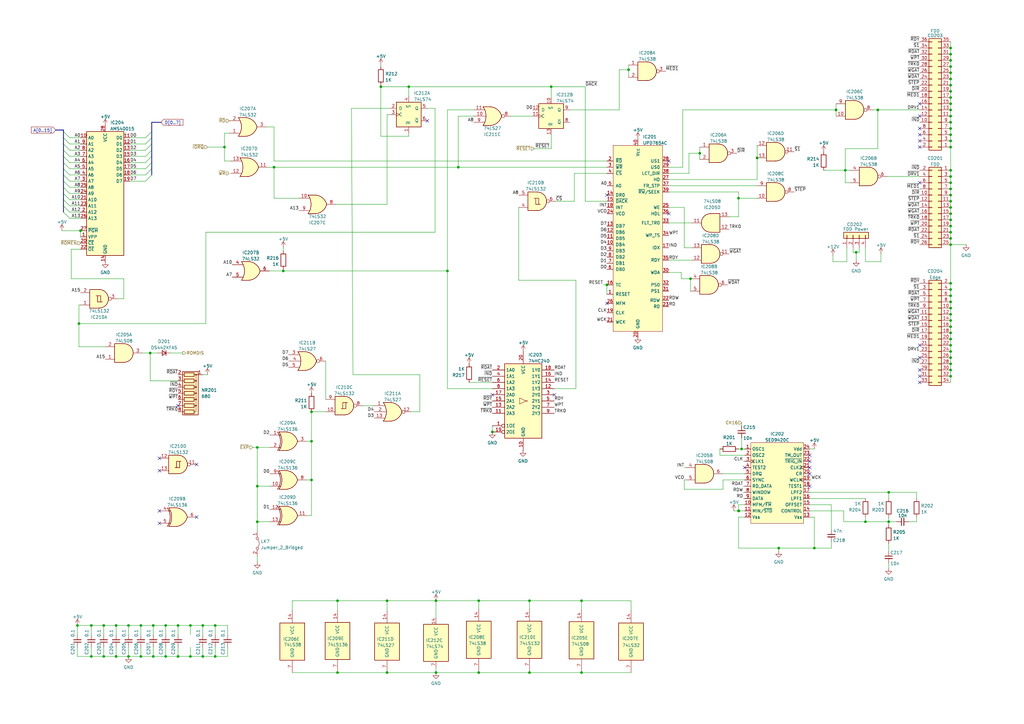
<source format=kicad_sch>
(kicad_sch (version 20211123) (generator eeschema)
  (paper "A3")
  (title_block (title "CPC6128 MC0020x disk interface") (date "2022-08-20") (rev "1") (company "Amstrad plc"))
  (junction (at 304.165 184.15))
  (junction (at 226.06 35.56))
  (junction (at 47.625 256.54))
  (junction (at 389.89 52.705))
  (junction (at 196.342 275.844))
  (junction (at 389.89 34.925))
  (junction (at 178.816 275.844))
  (junction (at 389.89 131.445))
  (junction (at 52.705 269.24))
  (junction (at 73.025 269.24))
  (junction (at 342.9 45.085))
  (junction (at 67.945 256.54))
  (junction (at 52.705 256.54))
  (junction (at 389.89 118.745))
  (junction (at 42.545 269.24))
  (junction (at 88.265 269.24))
  (junction (at 389.89 116.205))
  (junction (at 364.49 201.93))
  (junction (at 334.01 224.79))
  (junction (at 389.89 80.01))
  (junction (at 138.43 275.844))
  (junction (at 105.537 199.39))
  (junction (at 389.89 133.985))
  (junction (at 354.965 213.995))
  (junction (at 389.89 100.33))
  (junction (at 389.89 139.065))
  (junction (at 389.89 151.765))
  (junction (at 389.89 29.845))
  (junction (at 62.865 269.24))
  (junction (at 257.81 28.575))
  (junction (at 47.625 269.24))
  (junction (at 351.155 103.505))
  (junction (at 287.02 62.865))
  (junction (at 389.89 47.625))
  (junction (at 127.762 196.85))
  (junction (at 248.92 116.84))
  (junction (at 62.865 256.54))
  (junction (at 389.89 69.85))
  (junction (at 389.89 92.71))
  (junction (at 389.89 90.17))
  (junction (at 156.21 35.56))
  (junction (at 389.89 126.365))
  (junction (at 217.17 275.844))
  (junction (at 73.025 256.54))
  (junction (at 105.537 183.515))
  (junction (at 346.71 69.85))
  (junction (at 201.93 177.165))
  (junction (at 31.75 256.54))
  (junction (at 389.89 27.305))
  (junction (at 116.205 111.125))
  (junction (at 389.89 57.785))
  (junction (at 389.89 141.605))
  (junction (at 389.89 32.385))
  (junction (at 78.105 256.54))
  (junction (at 360.045 45.085))
  (junction (at 112.395 68.58))
  (junction (at 389.89 136.525))
  (junction (at 88.265 256.54))
  (junction (at 303.022 209.55))
  (junction (at 389.89 40.005))
  (junction (at 389.89 82.55))
  (junction (at 138.43 246.38))
  (junction (at 389.89 50.165))
  (junction (at 302.895 81.28))
  (junction (at 83.185 269.24))
  (junction (at 389.89 55.245))
  (junction (at 178.816 246.38))
  (junction (at 83.185 256.54))
  (junction (at 158.75 275.844))
  (junction (at 389.89 144.145))
  (junction (at 105.537 213.995))
  (junction (at 389.89 121.285))
  (junction (at 61.595 144.78))
  (junction (at 389.89 149.225))
  (junction (at 127.762 180.975))
  (junction (at 78.105 269.24))
  (junction (at 389.89 154.305))
  (junction (at 183.515 111.125))
  (junction (at 389.89 42.545))
  (junction (at 389.89 24.765))
  (junction (at 57.785 256.54))
  (junction (at 389.89 19.685))
  (junction (at 158.75 246.38))
  (junction (at 389.89 128.905))
  (junction (at 238.506 275.844))
  (junction (at 196.342 246.38))
  (junction (at 389.89 74.93))
  (junction (at 92.075 60.325))
  (junction (at 37.465 256.54))
  (junction (at 187.96 68.58))
  (junction (at 67.945 269.24))
  (junction (at 389.89 85.09))
  (junction (at 389.89 45.085))
  (junction (at 127.762 168.91))
  (junction (at 389.89 60.325))
  (junction (at 389.89 146.685))
  (junction (at 364.49 213.995))
  (junction (at 33.02 94.615))
  (junction (at 217.17 246.38))
  (junction (at 389.89 22.225))
  (junction (at 302.895 209.55))
  (junction (at 389.89 87.63))
  (junction (at 42.545 256.54))
  (junction (at 319.405 224.79))
  (junction (at 32.385 132.715))
  (junction (at 389.89 97.79))
  (junction (at 57.785 269.24))
  (junction (at 238.506 246.38))
  (junction (at 283.21 114.3))
  (junction (at 167.64 35.56))
  (junction (at 389.89 123.825))
  (junction (at 389.89 77.47))
  (junction (at 389.89 95.25))
  (junction (at 389.89 37.465))
  (junction (at 37.465 269.24))
  (junction (at 389.89 72.39))
  (junction (at 310.515 64.77))
  (no_connect (at 248.92 124.46))
  (no_connect (at 274.32 87.63))
  (no_connect (at 274.32 66.04))
  (no_connect (at 80.645 190.5))
  (no_connect (at 65.405 187.96))
  (no_connect (at 65.405 193.04))
  (no_connect (at 65.405 214.63))
  (no_connect (at 65.405 209.55))
  (no_connect (at 80.645 212.09))
  (no_connect (at 377.19 55.245))
  (no_connect (at 377.19 57.785))
  (no_connect (at 377.19 60.325))
  (no_connect (at 73.025 166.37))
  (no_connect (at 332.105 191.77))
  (no_connect (at 332.105 189.23))
  (no_connect (at 332.105 186.69))
  (no_connect (at 332.105 194.31))
  (no_connect (at 332.105 199.39))
  (no_connect (at 227.33 161.925))
  (no_connect (at 377.19 47.625))
  (no_connect (at 377.19 52.705))
  (no_connect (at 248.92 80.01))
  (no_connect (at 377.19 74.93))
  (no_connect (at 377.19 151.765))
  (no_connect (at 377.19 154.305))
  (no_connect (at 377.19 156.845))
  (no_connect (at 377.19 141.605))
  (no_connect (at 377.19 146.685))
  (no_connect (at 305.435 191.77))
  (no_connect (at 175.26 49.53))
  (no_connect (at 377.19 42.545))
  (no_connect (at 201.93 161.925))
  (bus_entry (at 26.035 59.055) (size 2.54 2.54))
  (bus_entry (at 62.23 59.055) (size -2.54 2.54))
  (bus_entry (at 26.035 53.975) (size 2.54 2.54))
  (bus_entry (at 26.035 71.755) (size 2.54 2.54))
  (bus_entry (at 62.23 69.215) (size -2.54 2.54))
  (bus_entry (at 62.23 66.675) (size -2.54 2.54))
  (bus_entry (at 26.035 84.455) (size 2.54 2.54))
  (bus_entry (at 62.23 61.595) (size -2.54 2.54))
  (bus_entry (at 26.035 69.215) (size 2.54 2.54))
  (bus_entry (at 26.035 79.375) (size 2.54 2.54))
  (bus_entry (at 62.23 71.755) (size -2.54 2.54))
  (bus_entry (at 62.23 64.135) (size -2.54 2.54))
  (bus_entry (at 26.035 86.995) (size 2.54 2.54))
  (bus_entry (at 26.035 74.295) (size 2.54 2.54))
  (bus_entry (at 26.035 66.675) (size 2.54 2.54))
  (bus_entry (at 26.035 76.835) (size 2.54 2.54))
  (bus_entry (at 26.035 61.595) (size 2.54 2.54))
  (bus_entry (at 62.23 53.975) (size -2.54 2.54))
  (bus_entry (at 26.035 64.135) (size 2.54 2.54))
  (bus_entry (at 62.23 56.515) (size -2.54 2.54))
  (bus_entry (at 26.035 56.515) (size 2.54 2.54))
  (bus_entry (at 26.035 81.915) (size 2.54 2.54))
  (wire (pts (xy 389.89 133.985) (xy 389.89 136.525)))
  (wire (pts (xy 83.185 260.35) (xy 83.185 256.54)))
  (wire (pts (xy 364.49 222.885) (xy 364.49 226.06)))
  (wire (pts (xy 48.26 122.555) (xy 50.8 122.555)))
  (wire (pts (xy 217.17 246.38) (xy 217.17 249.682)))
  (wire (pts (xy 28.575 71.755) (xy 33.02 71.755)))
  (wire (pts (xy 125.857 196.85) (xy 127.762 196.85)))
  (wire (pts (xy 304.165 184.15) (xy 305.435 184.15)))
  (wire (pts (xy 187.96 68.58) (xy 248.92 68.58)))
  (wire (pts (xy 133.604 148.082) (xy 133.604 163.83)))
  (wire (pts (xy 296.545 196.85) (xy 305.435 196.85)))
  (wire (pts (xy 144.78 153.67) (xy 172.212 153.67)))
  (wire (pts (xy 258.826 250.444) (xy 258.826 246.38)))
  (wire (pts (xy 217.17 275.082) (xy 217.17 275.844)))
  (wire (pts (xy 110.49 111.125) (xy 116.205 111.125)))
  (wire (pts (xy 389.89 27.305) (xy 389.89 29.845)))
  (wire (pts (xy 47.625 256.54) (xy 42.545 256.54)))
  (wire (pts (xy 156.21 55.88) (xy 156.21 35.56)))
  (wire (pts (xy 32.385 132.715) (xy 32.385 142.24)))
  (wire (pts (xy 178.435 44.45) (xy 178.435 95.25)))
  (wire (pts (xy 319.405 224.79) (xy 319.405 226.06)))
  (wire (pts (xy 28.575 64.135) (xy 33.02 64.135)))
  (wire (pts (xy 112.395 68.58) (xy 187.96 68.58)))
  (wire (pts (xy 105.537 217.805) (xy 105.537 213.995)))
  (wire (pts (xy 389.89 47.625) (xy 389.89 50.165)))
  (bus (pts (xy 26.035 64.135) (xy 26.035 66.675)))
  (wire (pts (xy 235.585 82.55) (xy 227.965 82.55)))
  (wire (pts (xy 219.075 60.96) (xy 226.06 60.96)))
  (wire (pts (xy 389.89 116.205) (xy 389.89 118.745)))
  (wire (pts (xy 119.888 250.444) (xy 119.888 246.38)))
  (wire (pts (xy 25.4 94.615) (xy 33.02 94.615)))
  (wire (pts (xy 212.725 85.09) (xy 212.725 114.935)))
  (wire (pts (xy 274.32 71.12) (xy 282.575 71.12)))
  (wire (pts (xy 62.865 269.24) (xy 62.865 265.43)))
  (wire (pts (xy 57.785 260.35) (xy 57.785 256.54)))
  (wire (pts (xy 304.165 173.355) (xy 304.165 174.625)))
  (wire (pts (xy 73.025 269.24) (xy 73.025 265.43)))
  (wire (pts (xy 37.465 269.24) (xy 42.545 269.24)))
  (bus (pts (xy 26.035 69.215) (xy 26.035 71.755)))
  (wire (pts (xy 178.435 95.25) (xy 84.455 95.25)))
  (wire (pts (xy 332.105 204.47) (xy 354.965 204.47)))
  (wire (pts (xy 347.345 107.315) (xy 341.63 107.315)))
  (wire (pts (xy 302.895 209.55) (xy 302.895 207.01)))
  (bus (pts (xy 62.23 69.215) (xy 62.23 71.755)))
  (wire (pts (xy 310.515 64.77) (xy 310.515 73.66)))
  (wire (pts (xy 389.89 24.765) (xy 389.89 27.305)))
  (wire (pts (xy 172.212 168.91) (xy 168.656 168.91)))
  (wire (pts (xy 112.395 66.04) (xy 112.395 52.07)))
  (wire (pts (xy 69.85 144.78) (xy 74.93 144.78)))
  (wire (pts (xy 303.022 209.55) (xy 302.895 209.55)))
  (wire (pts (xy 92.075 66.04) (xy 92.075 60.325)))
  (wire (pts (xy 57.785 269.24) (xy 57.785 265.43)))
  (wire (pts (xy 287.02 62.865) (xy 282.575 62.865)))
  (wire (pts (xy 85.09 60.325) (xy 92.075 60.325)))
  (wire (pts (xy 360.045 60.96) (xy 346.71 60.96)))
  (wire (pts (xy 274.32 91.44) (xy 283.845 91.44)))
  (wire (pts (xy 158.75 246.38) (xy 158.75 250.444)))
  (wire (pts (xy 248.92 66.04) (xy 112.395 66.04)))
  (wire (pts (xy 78.105 269.24) (xy 83.185 269.24)))
  (wire (pts (xy 88.265 260.35) (xy 88.265 256.54)))
  (wire (pts (xy 302.895 224.79) (xy 302.895 212.09)))
  (wire (pts (xy 304.8 204.47) (xy 305.435 204.47)))
  (wire (pts (xy 346.71 69.85) (xy 346.71 74.93)))
  (wire (pts (xy 32.385 125.095) (xy 32.385 132.715)))
  (wire (pts (xy 305.435 186.69) (xy 295.275 186.69)))
  (wire (pts (xy 92.075 66.04) (xy 94.615 66.04)))
  (wire (pts (xy 279.4 111.76) (xy 274.32 111.76)))
  (wire (pts (xy 389.89 69.85) (xy 389.89 72.39)))
  (wire (pts (xy 28.575 69.215) (xy 33.02 69.215)))
  (wire (pts (xy 341.63 107.315) (xy 341.63 104.775)))
  (wire (pts (xy 61.595 144.78) (xy 64.77 144.78)))
  (wire (pts (xy 127.762 196.85) (xy 127.762 180.975)))
  (wire (pts (xy 28.575 59.055) (xy 33.02 59.055)))
  (wire (pts (xy 196.342 246.38) (xy 217.17 246.38)))
  (wire (pts (xy 127.762 211.455) (xy 127.762 196.85)))
  (wire (pts (xy 61.595 156.21) (xy 73.025 156.21)))
  (wire (pts (xy 47.625 269.24) (xy 52.705 269.24)))
  (wire (pts (xy 280.67 191.77) (xy 281.305 191.77)))
  (wire (pts (xy 33.02 94.615) (xy 33.02 97.155)))
  (wire (pts (xy 354.965 213.995) (xy 364.49 213.995)))
  (wire (pts (xy 389.89 95.25) (xy 389.89 97.79)))
  (wire (pts (xy 52.705 260.35) (xy 52.705 256.54)))
  (wire (pts (xy 201.93 159.385) (xy 183.515 159.385)))
  (wire (pts (xy 257.81 28.575) (xy 254 28.575)))
  (wire (pts (xy 389.89 40.005) (xy 389.89 42.545)))
  (wire (pts (xy 389.89 151.765) (xy 389.89 154.305)))
  (wire (pts (xy 138.43 275.844) (xy 158.75 275.844)))
  (wire (pts (xy 274.32 85.09) (xy 280.67 85.09)))
  (wire (pts (xy 28.575 61.595) (xy 33.02 61.595)))
  (wire (pts (xy 319.405 224.79) (xy 334.01 224.79)))
  (wire (pts (xy 37.465 260.35) (xy 37.465 256.54)))
  (wire (pts (xy 37.465 269.24) (xy 37.465 265.43)))
  (wire (pts (xy 302.895 184.15) (xy 304.165 184.15)))
  (wire (pts (xy 300.99 209.55) (xy 302.895 209.55)))
  (wire (pts (xy 360.045 45.085) (xy 360.045 60.96)))
  (wire (pts (xy 88.265 269.24) (xy 88.265 265.43)))
  (bus (pts (xy 26.035 81.915) (xy 26.035 84.455)))
  (wire (pts (xy 389.89 144.145) (xy 389.89 146.685)))
  (wire (pts (xy 93.345 260.35) (xy 93.345 256.54)))
  (bus (pts (xy 26.035 59.055) (xy 26.035 61.595)))
  (wire (pts (xy 360.045 45.085) (xy 377.19 45.085)))
  (wire (pts (xy 103.632 183.515) (xy 105.537 183.515)))
  (wire (pts (xy 389.89 22.225) (xy 389.89 24.765)))
  (wire (pts (xy 364.49 213.995) (xy 364.49 215.265)))
  (wire (pts (xy 351.155 103.505) (xy 349.885 103.505)))
  (wire (pts (xy 28.575 76.835) (xy 33.02 76.835)))
  (bus (pts (xy 62.23 61.595) (xy 62.23 64.135)))
  (wire (pts (xy 389.89 100.33) (xy 389.89 116.205)))
  (wire (pts (xy 389.89 146.685) (xy 389.89 149.225)))
  (wire (pts (xy 42.545 269.24) (xy 47.625 269.24)))
  (wire (pts (xy 361.315 107.315) (xy 361.315 104.14)))
  (wire (pts (xy 105.537 183.515) (xy 105.537 199.39)))
  (wire (pts (xy 340.995 217.17) (xy 340.995 207.01)))
  (wire (pts (xy 42.545 269.24) (xy 42.545 265.43)))
  (wire (pts (xy 274.32 68.58) (xy 280.035 68.58)))
  (wire (pts (xy 375.92 212.09) (xy 375.92 213.995)))
  (wire (pts (xy 57.785 269.24) (xy 62.865 269.24)))
  (wire (pts (xy 28.575 79.375) (xy 33.02 79.375)))
  (wire (pts (xy 389.89 45.085) (xy 389.89 47.625)))
  (wire (pts (xy 119.888 246.38) (xy 138.43 246.38)))
  (wire (pts (xy 296.545 200.66) (xy 296.545 196.85)))
  (wire (pts (xy 389.89 126.365) (xy 389.89 128.905)))
  (wire (pts (xy 302.895 81.28) (xy 302.895 78.74)))
  (bus (pts (xy 26.035 61.595) (xy 26.035 64.135)))
  (wire (pts (xy 50.8 122.555) (xy 50.8 114.3)))
  (wire (pts (xy 280.67 101.6) (xy 283.845 101.6)))
  (wire (pts (xy 364.49 231.14) (xy 364.49 233.045)))
  (wire (pts (xy 389.89 97.79) (xy 389.89 100.33)))
  (wire (pts (xy 274.32 76.2) (xy 310.515 76.2)))
  (wire (pts (xy 389.89 136.525) (xy 389.89 139.065)))
  (wire (pts (xy 389.89 139.065) (xy 389.89 141.605)))
  (wire (pts (xy 279.4 114.3) (xy 279.4 111.76)))
  (bus (pts (xy 26.035 76.835) (xy 26.035 79.375)))
  (wire (pts (xy 28.575 84.455) (xy 33.02 84.455)))
  (wire (pts (xy 389.89 42.545) (xy 389.89 45.085)))
  (wire (pts (xy 257.81 26.67) (xy 257.81 28.575)))
  (wire (pts (xy 178.816 273.812) (xy 178.816 275.844)))
  (wire (pts (xy 178.816 275.844) (xy 196.342 275.844)))
  (wire (pts (xy 349.885 103.505) (xy 349.885 101.6)))
  (wire (pts (xy 389.89 123.825) (xy 389.89 126.365)))
  (wire (pts (xy 340.995 207.01) (xy 332.105 207.01)))
  (wire (pts (xy 389.89 57.785) (xy 389.89 60.325)))
  (wire (pts (xy 282.575 62.865) (xy 282.575 71.12)))
  (wire (pts (xy 78.105 269.24) (xy 78.105 265.43)))
  (wire (pts (xy 62.865 269.24) (xy 67.945 269.24)))
  (wire (pts (xy 187.96 47.625) (xy 187.96 68.58)))
  (wire (pts (xy 332.105 184.15) (xy 334.01 184.15)))
  (wire (pts (xy 53.34 64.135) (xy 59.69 64.135)))
  (wire (pts (xy 92.075 54.61) (xy 93.98 54.61)))
  (wire (pts (xy 28.575 74.295) (xy 33.02 74.295)))
  (wire (pts (xy 42.545 256.54) (xy 37.465 256.54)))
  (wire (pts (xy 105.537 213.995) (xy 110.617 213.995)))
  (wire (pts (xy 389.89 131.445) (xy 389.89 133.985)))
  (wire (pts (xy 238.506 275.844) (xy 258.826 275.844)))
  (wire (pts (xy 116.205 111.125) (xy 116.205 110.49)))
  (wire (pts (xy 226.06 35.56) (xy 226.06 40.005)))
  (wire (pts (xy 52.705 269.24) (xy 57.785 269.24)))
  (wire (pts (xy 212.725 114.935) (xy 236.22 114.935)))
  (wire (pts (xy 334.01 212.09) (xy 332.105 212.09)))
  (wire (pts (xy 127.762 180.975) (xy 127.762 168.91)))
  (wire (pts (xy 304.8 189.23) (xy 305.435 189.23)))
  (wire (pts (xy 257.81 28.575) (xy 257.81 31.75)))
  (bus (pts (xy 26.035 79.375) (xy 26.035 81.915)))
  (wire (pts (xy 31.75 256.54) (xy 31.75 260.35)))
  (wire (pts (xy 53.34 74.295) (xy 59.69 74.295)))
  (wire (pts (xy 138.43 246.38) (xy 138.43 250.19)))
  (wire (pts (xy 78.105 256.54) (xy 73.025 256.54)))
  (bus (pts (xy 26.035 74.295) (xy 26.035 76.835)))
  (wire (pts (xy 389.89 87.63) (xy 389.89 90.17)))
  (wire (pts (xy 342.9 42.545) (xy 342.9 45.085)))
  (wire (pts (xy 375.92 201.93) (xy 364.49 201.93)))
  (wire (pts (xy 302.895 212.09) (xy 305.435 212.09)))
  (wire (pts (xy 389.89 141.605) (xy 389.89 144.145)))
  (bus (pts (xy 26.035 66.675) (xy 26.035 69.215)))
  (wire (pts (xy 235.585 71.12) (xy 235.585 82.55)))
  (wire (pts (xy 29.21 114.3) (xy 29.21 102.235)))
  (wire (pts (xy 389.89 118.745) (xy 389.89 121.285)))
  (wire (pts (xy 375.92 204.47) (xy 375.92 201.93)))
  (bus (pts (xy 62.23 56.515) (xy 62.23 59.055)))
  (bus (pts (xy 62.23 59.055) (xy 62.23 61.595)))
  (wire (pts (xy 375.92 213.995) (xy 372.745 213.995)))
  (wire (pts (xy 138.43 246.38) (xy 158.75 246.38)))
  (wire (pts (xy 280.67 85.09) (xy 280.67 101.6)))
  (wire (pts (xy 201.93 174.625) (xy 201.93 177.165)))
  (bus (pts (xy 26.035 71.755) (xy 26.035 74.295)))
  (bus (pts (xy 62.23 64.135) (xy 62.23 66.675)))
  (wire (pts (xy 346.71 74.93) (xy 348.615 74.93)))
  (wire (pts (xy 332.105 201.93) (xy 364.49 201.93)))
  (wire (pts (xy 254 28.575) (xy 254 45.085)))
  (wire (pts (xy 109.22 52.07) (xy 112.395 52.07)))
  (wire (pts (xy 183.515 45.085) (xy 194.31 45.085)))
  (wire (pts (xy 28.575 89.535) (xy 33.02 89.535)))
  (wire (pts (xy 92.075 60.325) (xy 92.075 54.61)))
  (wire (pts (xy 364.49 213.995) (xy 367.665 213.995)))
  (wire (pts (xy 88.265 256.54) (xy 83.185 256.54)))
  (wire (pts (xy 340.995 224.79) (xy 334.01 224.79)))
  (wire (pts (xy 119.888 275.844) (xy 138.43 275.844)))
  (wire (pts (xy 137.795 83.82) (xy 158.75 83.82)))
  (wire (pts (xy 389.89 17.145) (xy 389.89 19.685)))
  (wire (pts (xy 332.105 209.55) (xy 346.075 209.55)))
  (wire (pts (xy 238.506 275.844) (xy 238.506 275.336)))
  (wire (pts (xy 116.205 102.87) (xy 116.205 101.6)))
  (wire (pts (xy 254 45.085) (xy 233.68 45.085)))
  (wire (pts (xy 248.92 82.55) (xy 240.03 82.55)))
  (wire (pts (xy 351.155 106.68) (xy 351.155 103.505)))
  (wire (pts (xy 62.865 256.54) (xy 57.785 256.54)))
  (wire (pts (xy 261.62 57.15) (xy 261.62 56.896)))
  (wire (pts (xy 217.17 275.844) (xy 238.506 275.844)))
  (wire (pts (xy 389.89 32.385) (xy 389.89 34.925)))
  (wire (pts (xy 248.92 116.84) (xy 248.92 120.65)))
  (wire (pts (xy 112.395 68.58) (xy 112.395 81.28)))
  (wire (pts (xy 389.89 37.465) (xy 389.89 40.005)))
  (wire (pts (xy 28.575 66.675) (xy 33.02 66.675)))
  (wire (pts (xy 53.34 69.215) (xy 59.69 69.215)))
  (wire (pts (xy 43.18 142.24) (xy 32.385 142.24)))
  (wire (pts (xy 42.545 260.35) (xy 42.545 256.54)))
  (wire (pts (xy 29.21 102.235) (xy 33.02 102.235)))
  (wire (pts (xy 240.03 35.56) (xy 226.06 35.56)))
  (wire (pts (xy 287.02 65.405) (xy 287.02 62.865)))
  (wire (pts (xy 346.71 60.96) (xy 346.71 69.85)))
  (wire (pts (xy 351.155 103.505) (xy 352.425 103.505)))
  (wire (pts (xy 112.395 81.28) (xy 122.555 81.28)))
  (wire (pts (xy 110.617 199.39) (xy 105.537 199.39)))
  (wire (pts (xy 358.14 45.085) (xy 360.045 45.085)))
  (wire (pts (xy 156.21 34.925) (xy 156.21 35.56)))
  (wire (pts (xy 217.17 246.38) (xy 238.506 246.38)))
  (bus (pts (xy 62.23 53.975) (xy 62.23 56.515)))
  (wire (pts (xy 196.342 275.082) (xy 196.342 275.844)))
  (wire (pts (xy 183.515 45.085) (xy 183.515 111.125)))
  (wire (pts (xy 389.89 74.93) (xy 389.89 77.47)))
  (bus (pts (xy 66.04 50.165) (xy 62.23 50.165)))
  (wire (pts (xy 127.762 180.975) (xy 125.857 180.975)))
  (wire (pts (xy 389.89 80.01) (xy 389.89 82.55)))
  (wire (pts (xy 178.435 44.45) (xy 175.26 44.45)))
  (bus (pts (xy 22.86 53.34) (xy 26.035 53.34)))
  (wire (pts (xy 389.89 154.305) (xy 389.89 156.845)))
  (wire (pts (xy 389.89 29.845) (xy 389.89 32.385)))
  (wire (pts (xy 28.575 86.995) (xy 33.02 86.995)))
  (wire (pts (xy 389.89 77.47) (xy 389.89 80.01)))
  (wire (pts (xy 127.762 168.91) (xy 133.604 168.91)))
  (wire (pts (xy 67.945 269.24) (xy 67.945 265.43)))
  (wire (pts (xy 148.844 166.37) (xy 153.416 166.37)))
  (wire (pts (xy 172.212 153.67) (xy 172.212 168.91)))
  (wire (pts (xy 240.03 82.55) (xy 240.03 35.56)))
  (bus (pts (xy 62.23 66.675) (xy 62.23 69.215)))
  (wire (pts (xy 389.89 92.71) (xy 389.89 95.25)))
  (wire (pts (xy 167.64 35.56) (xy 226.06 35.56)))
  (wire (pts (xy 52.705 269.24) (xy 52.705 265.43)))
  (wire (pts (xy 342.9 45.085) (xy 342.9 47.625)))
  (wire (pts (xy 33.02 125.095) (xy 32.385 125.095)))
  (bus (pts (xy 26.035 84.455) (xy 26.035 86.995)))
  (wire (pts (xy 302.895 81.28) (xy 302.895 88.9)))
  (wire (pts (xy 37.465 256.54) (xy 31.75 256.54)))
  (wire (pts (xy 67.945 260.35) (xy 67.945 256.54)))
  (wire (pts (xy 319.405 224.79) (xy 302.895 224.79)))
  (wire (pts (xy 53.34 56.515) (xy 59.69 56.515)))
  (wire (pts (xy 280.035 68.58) (xy 280.035 45.085)))
  (bus (pts (xy 26.035 53.34) (xy 26.035 53.975)))
  (wire (pts (xy 53.34 71.755) (xy 59.69 71.755)))
  (wire (pts (xy 334.01 212.09) (xy 334.01 224.79)))
  (wire (pts (xy 58.42 144.78) (xy 61.595 144.78)))
  (wire (pts (xy 50.8 114.3) (xy 29.21 114.3)))
  (wire (pts (xy 158.75 83.82) (xy 158.75 46.99)))
  (wire (pts (xy 280.67 200.66) (xy 296.545 200.66)))
  (wire (pts (xy 389.89 19.685) (xy 389.89 22.225)))
  (wire (pts (xy 283.21 114.3) (xy 283.21 119.38)))
  (bus (pts (xy 26.035 53.975) (xy 26.035 56.515)))
  (wire (pts (xy 310.515 59.69) (xy 310.515 64.77)))
  (wire (pts (xy 304.8 199.39) (xy 305.435 199.39)))
  (wire (pts (xy 158.75 46.99) (xy 160.02 46.99)))
  (bus (pts (xy 26.035 56.515) (xy 26.035 59.055)))
  (wire (pts (xy 53.34 59.055) (xy 59.69 59.055)))
  (wire (pts (xy 389.89 50.165) (xy 389.89 52.705)))
  (wire (pts (xy 363.855 72.39) (xy 377.19 72.39)))
  (wire (pts (xy 178.816 246.38) (xy 178.816 253.492)))
  (wire (pts (xy 178.816 246.38) (xy 196.342 246.38)))
  (wire (pts (xy 236.22 114.935) (xy 236.22 159.385)))
  (wire (pts (xy 302.895 88.9) (xy 299.085 88.9)))
  (wire (pts (xy 389.89 52.705) (xy 389.89 55.245)))
  (wire (pts (xy 364.49 212.09) (xy 364.49 213.995)))
  (wire (pts (xy 73.025 260.35) (xy 73.025 256.54)))
  (wire (pts (xy 296.545 194.31) (xy 305.435 194.31)))
  (wire (pts (xy 226.06 55.245) (xy 226.06 60.96)))
  (wire (pts (xy 304.165 179.705) (xy 304.165 184.15)))
  (wire (pts (xy 295.275 186.69) (xy 295.275 184.15)))
  (wire (pts (xy 347.345 107.315) (xy 347.345 101.6)))
  (wire (pts (xy 280.67 196.85) (xy 280.67 200.66)))
  (wire (pts (xy 287.02 62.865) (xy 287.02 60.325)))
  (wire (pts (xy 78.105 260.35) (xy 78.105 256.54)))
  (wire (pts (xy 83.185 269.24) (xy 88.265 269.24)))
  (wire (pts (xy 248.92 71.12) (xy 235.585 71.12)))
  (wire (pts (xy 73.025 256.54) (xy 67.945 256.54)))
  (wire (pts (xy 389.89 60.325) (xy 389.89 69.85)))
  (wire (pts (xy 194.31 47.625) (xy 187.96 47.625)))
  (wire (pts (xy 167.64 55.88) (xy 156.21 55.88)))
  (wire (pts (xy 31.75 265.43) (xy 31.75 269.24)))
  (wire (pts (xy 83.185 269.24) (xy 83.185 265.43)))
  (wire (pts (xy 57.785 256.54) (xy 52.705 256.54)))
  (wire (pts (xy 144.78 153.67) (xy 144.145 44.45)))
  (wire (pts (xy 32.385 132.715) (xy 84.455 132.715)))
  (wire (pts (xy 109.855 68.58) (xy 112.395 68.58)))
  (wire (pts (xy 28.575 56.515) (xy 33.02 56.515)))
  (wire (pts (xy 47.625 269.24) (xy 47.625 265.43)))
  (wire (pts (xy 85.09 153.67) (xy 83.185 153.67)))
  (wire (pts (xy 352.425 103.505) (xy 352.425 101.6)))
  (wire (pts (xy 125.857 211.455) (xy 127.762 211.455)))
  (wire (pts (xy 167.64 54.61) (xy 167.64 55.88)))
  (wire (pts (xy 274.32 73.66) (xy 310.515 73.66)))
  (wire (pts (xy 280.035 45.085) (xy 342.9 45.085)))
  (wire (pts (xy 238.506 246.38) (xy 238.506 249.936)))
  (wire (pts (xy 116.205 111.125) (xy 183.515 111.125)))
  (wire (pts (xy 105.537 199.39) (xy 105.537 213.995)))
  (wire (pts (xy 93.345 256.54) (xy 88.265 256.54)))
  (wire (pts (xy 62.865 260.35) (xy 62.865 256.54)))
  (wire (pts (xy 67.945 269.24) (xy 73.025 269.24)))
  (wire (pts (xy 247.396 116.84) (xy 248.92 116.84)))
  (wire (pts (xy 196.342 275.844) (xy 217.17 275.844)))
  (wire (pts (xy 389.89 128.905) (xy 389.89 131.445)))
  (wire (pts (xy 340.995 222.25) (xy 340.995 224.79)))
  (wire (pts (xy 274.32 78.74) (xy 302.895 78.74)))
  (wire (pts (xy 158.75 275.844) (xy 178.816 275.844)))
  (wire (pts (xy 183.515 111.125) (xy 183.515 159.385)))
  (bus (pts (xy 62.23 50.165) (xy 62.23 53.975)))
  (wire (pts (xy 67.945 256.54) (xy 62.865 256.54)))
  (wire (pts (xy 47.625 260.35) (xy 47.625 256.54)))
  (wire (pts (xy 302.895 81.28) (xy 310.515 81.28)))
  (wire (pts (xy 364.49 201.93) (xy 364.49 204.47)))
  (wire (pts (xy 346.075 209.55) (xy 346.075 213.995)))
  (wire (pts (xy 158.75 246.38) (xy 178.816 246.38)))
  (wire (pts (xy 144.145 44.45) (xy 160.02 44.45)))
  (wire (pts (xy 396.24 100.33) (xy 389.89 100.33)))
  (wire (pts (xy 53.34 61.595) (xy 59.69 61.595)))
  (wire (pts (xy 354.965 212.09) (xy 354.965 213.995)))
  (wire (pts (xy 279.4 114.3) (xy 283.21 114.3)))
  (wire (pts (xy 28.575 81.915) (xy 33.02 81.915)))
  (wire (pts (xy 389.89 90.17) (xy 389.89 92.71)))
  (wire (pts (xy 88.265 269.24) (xy 93.345 269.24)))
  (wire (pts (xy 53.34 66.675) (xy 59.69 66.675)))
  (wire (pts (xy 261.62 138.43) (xy 261.62 138.176)))
  (wire (pts (xy 214.63 184.785) (xy 214.503 184.658)))
  (wire (pts (xy 348.615 69.85) (xy 346.71 69.85)))
  (wire (pts (xy 93.345 269.24) (xy 93.345 265.43)))
  (wire (pts (xy 354.965 107.315) (xy 354.965 101.6)))
  (wire (pts (xy 138.43 275.59) (xy 138.43 275.844)))
  (wire (pts (xy 305.435 209.55) (xy 303.022 209.55)))
  (wire (pts (xy 389.89 85.09) (xy 389.89 87.63)))
  (wire (pts (xy 105.537 227.965) (xy 105.537 230.505)))
  (wire (pts (xy 110.617 183.515) (xy 105.537 183.515)))
  (wire (pts (xy 84.455 95.25) (xy 84.455 132.715)))
  (wire (pts (xy 332.74 196.85) (xy 332.105 196.85)))
  (wire (pts (xy 302.895 207.01) (xy 305.435 207.01)))
  (wire (pts (xy 167.64 35.56) (xy 167.64 39.37)))
  (wire (pts (xy 337.82 69.85) (xy 346.71 69.85)))
  (wire (pts (xy 389.89 82.55) (xy 389.89 85.09)))
  (wire (pts (xy 73.025 269.24) (xy 78.105 269.24)))
  (wire (pts (xy 389.89 121.285) (xy 389.89 123.825)))
  (wire (pts (xy 201.93 156.845) (xy 192.405 156.845)))
  (wire (pts (xy 83.185 256.54) (xy 78.105 256.54)))
  (wire (pts (xy 209.55 47.625) (xy 218.44 47.625)))
  (wire (pts (xy 31.75 269.24) (xy 37.465 269.24)))
  (wire (pts (xy 304.8 201.93) (xy 305.435 201.93)))
  (wire (pts (xy 389.89 72.39) (xy 389.89 74.93)))
  (wire (pts (xy 61.595 156.21) (xy 61.595 144.78)))
  (wire (pts (xy 346.075 213.995) (xy 354.965 213.995)))
  (wire (pts (xy 258.826 246.38) (xy 238.506 246.38)))
  (wire (pts (xy 389.89 149.225) (xy 389.89 151.765)))
  (wire (pts (xy 156.21 26.67) (xy 156.21 27.305)))
  (wire (pts (xy 156.21 35.56) (xy 167.64 35.56)))
  (wire (pts (xy 274.32 106.68) (xy 283.845 106.68)))
  (wire (pts (xy 389.89 55.245) (xy 389.89 57.785)))
  (wire (pts (xy 236.22 159.385) (xy 227.33 159.385)))
  (wire (pts (xy 389.89 34.925) (xy 389.89 37.465)))
  (wire (pts (xy 354.965 107.315) (xy 361.315 107.315)))
  (wire (pts (xy 52.705 256.54) (xy 47.625 256.54)))
  (wire (pts (xy 196.342 246.38) (xy 196.342 249.682)))
  (wire (pts (xy 280.67 196.85) (xy 281.305 196.85)))
  (label "INT" (at 280.67 191.77 180))
  (label "~{WDAT}" (at 377.19 85.09 180))
  (label "~{RDY}" (at 201.93 164.465 180))
  (label "D3" (at 53.34 64.135 0))
  (label "~{TRK0}" (at 201.93 169.545 180))
  (label "A12" (at 33.02 86.995 180))
  (label "~{MED1}" (at 273.05 29.21 0))
  (label "VCO" (at 248.92 87.63 180))
  (label "~{CS}" (at 227.965 82.55 0))
  (label "A0" (at 33.02 56.515 180))
  (label "~{S1}" (at 377.19 118.745 180))
  (label "~{DACK}" (at 240.03 35.56 0))
  (label "~{RDAT}" (at 73.025 153.67 180))
  (label "D0" (at 110.617 194.31 180))
  (label "D6" (at 53.34 71.755 0))
  (label "~{RDY}" (at 377.19 116.205 180))
  (label "~{DRV1}" (at 377.19 72.39 180))
  (label "D7" (at 248.92 92.71 180))
  (label "D0" (at 218.44 45.085 180))
  (label "~{RESET}" (at 225.425 60.96 180))
  (label "D0" (at 53.34 56.515 0))
  (label "~{STEP}" (at 377.19 82.55 180))
  (label "~{IND}" (at 377.19 149.225 180))
  (label "D5" (at 248.92 97.79 180))
  (label "~{WDAT}" (at 377.19 32.385 180))
  (label "DRV1" (at 377.19 144.145 180))
  (label "RD" (at 304.8 204.47 180))
  (label "D6" (at 118.364 148.082 180))
  (label "~{WPT}" (at 377.19 92.71 180))
  (label "~{S1}" (at 325.755 62.23 0))
  (label "A13" (at 33.02 89.535 180))
  (label "A0" (at 248.92 76.2 180))
  (label "WPT" (at 227.33 167.005 0))
  (label "A8" (at 33.02 76.835 180))
  (label "D4" (at 153.416 168.91 180))
  (label "~{WDAT}" (at 298.45 116.84 0))
  (label "A10" (at 33.02 81.915 180))
  (label "RDW" (at 304.8 201.93 180))
  (label "CLK" (at 304.8 189.23 180))
  (label "WCK" (at 248.92 132.08 180))
  (label "RDW" (at 274.32 123.19 0))
  (label "A4" (at 33.02 66.675 180))
  (label "D2" (at 53.34 61.595 0))
  (label "RDY" (at 274.32 106.68 0))
  (label "~{WDAT}" (at 377.19 131.445 180))
  (label "~{RESET}" (at 201.93 156.845 180))
  (label "A15" (at 33.02 120.015 180))
  (label "A3" (at 33.02 64.135 180))
  (label "IND" (at 227.33 154.305 0))
  (label "~{RDAT}" (at 377.19 95.25 180))
  (label "~{WGAT}" (at 299.085 104.14 0))
  (label "~{STEP}" (at 377.19 34.925 180))
  (label "~{S1}" (at 377.19 19.685 180))
  (label "D5" (at 118.364 150.622 180))
  (label "~{RDY}" (at 377.19 17.145 180))
  (label "~{MED1}" (at 377.19 139.065 180))
  (label "A9" (at 33.02 79.375 180))
  (label "A2" (at 33.02 61.595 180))
  (label "~{STEP}" (at 325.755 78.74 0))
  (label "RDAT" (at 227.33 151.765 0))
  (label "~{RDAT}" (at 377.19 121.285 180))
  (label "~{TRK0}" (at 377.19 126.365 180))
  (label "~{WGAT}" (at 377.19 128.905 180))
  (label "~{MED1}" (at 377.19 77.47 180))
  (label "~{TRK0}" (at 377.19 27.305 180))
  (label "~{DIR}" (at 377.19 136.525 180))
  (label "~{TRK0}" (at 73.025 168.91 180))
  (label "D3" (at 248.92 102.87 180))
  (label "TRK0" (at 299.085 93.98 0))
  (label "~{S1}" (at 377.19 97.79 180))
  (label "D5" (at 53.34 69.215 0))
  (label "~{WPT}" (at 73.025 163.83 180))
  (label "WCK" (at 332.74 196.85 0))
  (label "~{RDY}" (at 73.025 161.29 180))
  (label "~{WPT}" (at 201.93 167.005 180))
  (label "IND" (at 274.32 101.6 0))
  (label "~{WGAT}" (at 377.19 87.63 180))
  (label "D2" (at 110.617 178.435 180))
  (label "A7" (at 95.25 113.665 180))
  (label "A5" (at 33.02 69.215 180))
  (label "CLK" (at 248.92 128.27 180))
  (label "~{IND}" (at 377.19 69.85 180))
  (label "D7" (at 118.364 145.542 180))
  (label "RESET" (at 247.396 116.84 180))
  (label "~{TRK0}" (at 377.19 90.17 180))
  (label "A13" (at 122.555 86.36 180))
  (label "A6" (at 33.02 71.755 180))
  (label "D4" (at 248.92 100.33 180))
  (label "A7" (at 33.02 74.295 180))
  (label "~{WPT}" (at 377.19 24.765 180))
  (label "~{IND}" (at 73.025 158.75 180))
  (label "A8" (at 212.725 80.01 180))
  (label "~{STEP}" (at 377.19 133.985 180))
  (label "INT" (at 248.92 85.09 180))
  (label "D2" (at 248.92 105.41 180))
  (label "D7" (at 53.34 74.295 0))
  (label "~{DIR}" (at 302.26 62.865 0))
  (label "A8" (at 194.31 50.165 180))
  (label "VCO" (at 280.67 196.85 180))
  (label "D3" (at 153.416 171.45 180))
  (label "A15" (at 43.18 147.32 180))
  (label "D4" (at 53.34 66.675 0))
  (label "~{WGAT}" (at 377.19 29.845 180))
  (label "RESET" (at 227.33 156.845 0))
  (label "WPT" (at 274.32 96.52 0))
  (label "RDY" (at 227.33 164.465 0))
  (label "~{RDY}" (at 377.19 100.33 180))
  (label "~{DIR}" (at 377.19 80.01 180))
  (label "A11" (at 33.02 84.455 180))
  (label "D1" (at 110.617 208.915 180))
  (label "RDAT" (at 304.8 199.39 180))
  (label "~{DIR}" (at 377.19 37.465 180))
  (label "~{IND}" (at 377.19 50.165 180))
  (label "D6" (at 248.92 95.25 180))
  (label "~{WPT}" (at 377.19 123.825 180))
  (label "D1" (at 248.92 107.95 180))
  (label "DRV1" (at 377.19 45.085 180))
  (label "RD" (at 274.32 125.73 0))
  (label "~{RDAT}" (at 377.19 22.225 180))
  (label "~{RDAT}" (at 201.93 151.765 180))
  (label "D1" (at 53.34 59.055 0))
  (label "TRK0" (at 227.33 169.545 0))
  (label "~{MED1}" (at 377.19 40.005 180))
  (label "A10" (at 95.25 108.585 180))
  (label "D0" (at 248.92 110.49 180))
  (label "A1" (at 33.02 59.055 180))
  (label "~{IND}" (at 201.93 154.305 180))
  (global_label "D[0..7]" (shape input) (at 66.04 50.165 0) (property "Intersheet References" "${INTERSHEET_REFS}" (effects hide)))
  (global_label "A[0..15]" (shape input) (at 22.86 53.34 180) (property "Intersheet References" "${INTERSHEET_REFS}" (effects hide)))
  (hierarchical_label "~{WR}" (shape input) (at 93.98 71.12 180))
  (hierarchical_label "~{ROMEN}" (shape input) (at 33.02 99.695 180))
  (hierarchical_label "~{EXP}" (shape input) (at 103.632 183.515 180))
  (hierarchical_label "CK16" (shape input) (at 304.165 173.355 180))
  (hierarchical_label "ROMDIS" (shape output) (at 74.93 144.78 0))
  (hierarchical_label "~{RD}" (shape input) (at 93.98 49.53 180))
  (hierarchical_label "~{IORQ}" (shape input) (at 85.09 60.325 180))
  (hierarchical_label "~{RESET}" (shape input) (at 219.075 60.96 180))
  (symbol (lib_id "Device:C_Small") (at 31.75 262.89 180) (unit 1)
    (property "Reference" "C201" (at 29.845 266.065 90))
    (property "Value" "0.1" (at 29.845 259.715 90))
    (property "Footprint" "Capacitor_THT:C_Disc_D4.3mm_W1.9mm_P5.00mm" (effects hide))
  )
  (symbol (lib_id "Device:C_Small") (at 47.625 262.89 180) (unit 1)
    (property "Reference" "C204" (at 45.72 266.065 90))
    (property "Value" "0.1" (at 45.72 259.715 90))
    (property "Footprint" "Capacitor_THT:C_Disc_D4.3mm_W1.9mm_P5.00mm" (effects hide))
  )
  (symbol (lib_id "Device:C_Small") (at 88.265 262.89 180) (unit 1)
    (property "Reference" "C212" (at 86.36 266.065 90))
    (property "Value" "0.1" (at 86.36 259.715 90))
    (property "Footprint" "Capacitor_THT:C_Disc_D4.3mm_W1.9mm_P5.00mm" (effects hide))
  )
  (symbol (lib_id "power:GND") (at 396.24 100.33 0) (mirror y) (unit 1)
    (property "Reference" "#PWR0222" (effects hide))
    (property "Value" "GND" (at 396.24 104.7734 0))
  )
  (symbol (lib_id "Connector_Generic:Conn_02x13_Odd_Even") (at 384.81 85.09 0) (mirror y) (unit 1)
    (property "Reference" "CD201" (at 383.54 64.8802 0))
    (property "Value" "FDD" (at 383.54 67.4171 0))
    (property "Footprint" "Connector_IDC:IDC-Header_2x13_P2.54mm_Vertical" (effects hide))
  )
  (symbol (lib_id "Memory_EPROM:27C128") (at 43.18 79.375 0) (unit 1)
    (property "Reference" "IC204" (at 45.1994 50.2752 0) (effects (justify left)))
    (property "Value" "AMS40015" (at 45.1994 52.8121 0) (effects (justify left)))
    (property "Footprint" "Package_DIP:DIP-28_W15.24mm" (effects hide))
    (property "Datasheet" "http://ww1.microchip.com/downloads/en/devicedoc/11003L.pdf" (effects hide))
  )
  (symbol (lib_id "74xx:74LS38") (at 356.235 72.39 0) (unit 2)
    (property "Reference" "IC206" (at 356.235 64.8802 0))
    (property "Value" "74LS38" (at 356.235 67.4171 0))
    (property "Footprint" "Package_DIP:DIP-14_W7.62mm" (effects hide))
    (property "Datasheet" "http://www.ti.com/lit/gpn/sn74LS38" (effects hide))
  )
  (symbol (lib_id "Device:C_Small") (at 370.205 213.995 90) (mirror x) (unit 1)
    (property "Reference" "C216" (at 370.205 209.55 90))
    (property "Value" "10n" (at 370.205 211.455 90))
    (property "Footprint" "Capacitor_THT:C_Rect_L7.0mm_W2.0mm_P5.00mm" (effects hide))
  )
  (symbol (lib_id "74xx:74LS32") (at 101.6 52.07 0) (mirror x) (unit 1)
    (property "Reference" "IC207" (at 101.6 44.5602 0))
    (property "Value" "74LS32" (at 101.6 47.0971 0))
    (property "Footprint" "Package_DIP:DIP-14_W7.62mm" (effects hide))
    (property "Datasheet" "http://www.ti.com/lit/gpn/sn74LS32" (effects hide))
  )
  (symbol (lib_id "Device:R") (at 364.49 219.075 0) (unit 1)
    (property "Reference" "R205" (at 366.268 218.2403 0) (effects (justify left)))
    (property "Value" "1K" (at 366.268 220.7772 0) (effects (justify left)))
    (property "Footprint" "Resistor_THT:R_Axial_DIN0207_L6.3mm_D2.5mm_P10.16mm_Horizontal" (effects hide))
  )
  (symbol (lib_id "74xx:74LS32") (at 102.87 111.125 0) (unit 2)
    (property "Reference" "IC207" (at 102.87 103.6152 0))
    (property "Value" "74LS32" (at 102.87 106.1521 0))
    (property "Footprint" "Package_DIP:DIP-14_W7.62mm" (effects hide))
    (property "Datasheet" "http://www.ti.com/lit/gpn/sn74LS32" (effects hide))
  )
  (symbol (lib_id "Device:C_Small") (at 304.165 177.165 0) (mirror y) (unit 1)
    (property "Reference" "C215" (at 307.34 175.26 0))
    (property "Value" "10n" (at 306.705 179.705 0))
    (property "Footprint" "Capacitor_THT:C_Rect_L7.0mm_W2.0mm_P5.00mm" (effects hide))
  )
  (symbol (lib_id "74xx:74LS38") (at 290.83 116.84 0) (unit 2)
    (property "Reference" "IC208" (at 290.83 109.3302 0))
    (property "Value" "74LS38" (at 290.83 111.8671 0))
    (property "Footprint" "Package_DIP:DIP-14_W7.62mm" (effects hide))
    (property "Datasheet" "http://www.ti.com/lit/gpn/sn74LS38" (effects hide))
  )
  (symbol (lib_id "power:+5V") (at 178.816 246.38 0) (unit 1)
    (property "Reference" "#PWR0214" (effects hide))
    (property "Value" "+5V" (at 178.816 242.8042 0))
  )
  (symbol (lib_id "74xx:74LS27") (at 158.75 263.144 0) (unit 4)
    (property "Reference" "IC211" (at 154.559 262.1311 0) (effects (justify left)))
    (property "Value" "74LS27" (at 154.559 264.668 0) (effects (justify left)))
    (property "Footprint" "Package_DIP:DIP-14_W7.62mm" (effects hide))
    (property "Datasheet" "http://www.ti.com/lit/gpn/sn74LS27" (effects hide))
  )
  (symbol (lib_id "power:+5V") (at 192.405 149.225 0) (unit 1)
    (property "Reference" "#PWR0228" (effects hide))
    (property "Value" "+5V" (at 192.405 145.6492 0))
  )
  (symbol (lib_id "Device:C_Small") (at 83.185 262.89 180) (unit 1)
    (property "Reference" "C211" (at 81.28 266.065 90))
    (property "Value" "0.1" (at 81.28 259.715 90))
    (property "Footprint" "Capacitor_THT:C_Disc_D4.3mm_W1.9mm_P5.00mm" (effects hide))
  )
  (symbol (lib_id "74xx:74LS38") (at 196.342 262.382 0) (unit 5)
    (property "Reference" "IC208" (at 192.151 261.3691 0) (effects (justify left)))
    (property "Value" "74LS38" (at 192.151 263.906 0) (effects (justify left)))
    (property "Footprint" "Package_DIP:DIP-14_W7.62mm" (effects hide))
    (property "Datasheet" "http://www.ti.com/lit/gpn/sn74LS38" (effects hide))
  )
  (symbol (lib_id "74xx:74HC240") (at 214.63 164.465 0) (unit 1)
    (property "Reference" "IC203" (at 216.6494 145.5252 0) (effects (justify left)))
    (property "Value" "74HC240" (at 216.6494 148.0621 0) (effects (justify left)))
    (property "Footprint" "Package_DIP:DIP-20_W7.62mm" (effects hide))
    (property "Datasheet" "https://assets.nexperia.com/documents/data-sheet/74HC_HCT240.pdf" (effects hide))
  )
  (symbol (lib_id "74xx:74LS136") (at 118.237 196.85 0) (unit 3)
    (property "Reference" "IC209" (at 117.9322 189.3402 0))
    (property "Value" "74LS136" (at 117.9322 191.8771 0))
    (property "Footprint" "Package_DIP:DIP-14_W7.62mm" (effects hide))
    (property "Datasheet" "http://www.ti.com/lit/ds/symlink/sn54ls136.pdf" (effects hide))
  )
  (symbol (lib_id "Connector_Generic:Conn_02x17_Odd_Even") (at 382.27 136.525 0) (unit 1)
    (property "Reference" "CD204" (at 383.54 111.2352 0))
    (property "Value" "Edge" (at 383.54 113.7721 0))
    (property "Footprint" "Amstrad-CPC:Edge_Conn_2x17" (effects hide))
  )
  (symbol (lib_id "power:GND") (at 178.816 275.844 0) (unit 1)
    (property "Reference" "#PWR0215" (effects hide))
    (property "Value" "GND" (at 178.816 280.2874 0))
  )
  (symbol (lib_id "74xx:74LS136") (at 138.43 262.89 0) (unit 5)
    (property "Reference" "IC209" (at 134.239 261.8771 0) (effects (justify left)))
    (property "Value" "74LS136" (at 134.239 264.414 0) (effects (justify left)))
    (property "Footprint" "Package_DIP:DIP-14_W7.62mm" (effects hide))
    (property "Datasheet" "http://www.ti.com/lit/ds/symlink/sn54ls136.pdf" (effects hide))
  )
  (symbol (lib_id "Device:C_Small") (at 364.49 228.6 0) (mirror y) (unit 1)
    (property "Reference" "C217" (at 367.665 226.695 0))
    (property "Value" "10n" (at 367.03 231.14 0))
    (property "Footprint" "Capacitor_THT:C_Rect_L7.0mm_W2.0mm_P5.00mm" (effects hide))
  )
  (symbol (lib_id "74xx:74LS32") (at 102.235 68.58 0) (mirror x) (unit 4)
    (property "Reference" "IC207" (at 102.235 60.96 0))
    (property "Value" "74LS32" (at 102.235 63.4969 0))
    (property "Footprint" "Package_DIP:DIP-14_W7.62mm" (effects hide))
    (property "Datasheet" "http://www.ti.com/lit/gpn/sn74LS32" (effects hide))
  )
  (symbol (lib_id "74xx:74LS136") (at 118.237 180.975 0) (unit 1)
    (property "Reference" "IC209" (at 117.9322 173.4652 0))
    (property "Value" "74LS136" (at 117.9322 176.0021 0))
    (property "Footprint" "Package_DIP:DIP-14_W7.62mm" (effects hide))
    (property "Datasheet" "http://www.ti.com/lit/ds/symlink/sn54ls136.pdf" (effects hide))
  )
  (symbol (lib_id "power:GND") (at 261.62 138.176 0) (unit 1)
    (property "Reference" "#PWR0210" (effects hide))
    (property "Value" "GND" (at 261.62 142.6194 0))
  )
  (symbol (lib_id "power:+12V") (at 341.63 104.775 0) (unit 1)
    (property "Reference" "#PWR0232" (effects hide))
    (property "Value" "+12V" (at 341.63 101.1992 0))
  )
  (symbol (lib_id "Device:C_Small") (at 340.995 219.71 0) (mirror y) (unit 1)
    (property "Reference" "C218" (at 344.17 221.615 0))
    (property "Value" "47n" (at 343.535 217.805 0))
    (property "Footprint" "Capacitor_THT:C_Rect_L7.0mm_W2.0mm_P5.00mm" (effects hide))
  )
  (symbol (lib_id "74xx:74LS38") (at 318.135 78.74 0) (unit 3)
    (property "Reference" "IC208" (at 318.135 71.2302 0))
    (property "Value" "74LS38" (at 318.135 73.7671 0))
    (property "Footprint" "Package_DIP:DIP-14_W7.62mm" (effects hide))
    (property "Datasheet" "http://www.ti.com/lit/gpn/sn74LS38" (effects hide))
  )
  (symbol (lib_id "power:+5V") (at 361.315 104.14 0) (unit 1)
    (property "Reference" "#PWR0233" (effects hide))
    (property "Value" "+5V" (at 361.315 100.5642 0))
  )
  (symbol (lib_id "Device:R") (at 364.49 208.28 0) (unit 1)
    (property "Reference" "R203" (at 362.712 209.1147 0) (effects (justify right)))
    (property "Value" "1K" (at 362.712 206.5778 0) (effects (justify right)))
    (property "Footprint" "Resistor_THT:R_Axial_DIN0207_L6.3mm_D2.5mm_P10.16mm_Horizontal" (effects hide))
  )
  (symbol (lib_id "74xx:74LS08") (at 288.925 194.31 0) (unit 2)
    (property "Reference" "IC205" (at 288.925 186.8002 0))
    (property "Value" "74LS08" (at 288.925 189.3371 0))
    (property "Footprint" "Package_DIP:DIP-14_W7.62mm" (effects hide))
    (property "Datasheet" "http://www.ti.com/lit/gpn/sn74LS08" (effects hide))
  )
  (symbol (lib_id "Device:R") (at 127.762 165.1 0) (mirror x) (unit 1)
    (property "Reference" "R211" (at 125.984 164.2653 0) (effects (justify right)))
    (property "Value" "1K" (at 125.984 166.8022 0) (effects (justify right)))
    (property "Footprint" "Resistor_THT:R_Axial_DIN0207_L6.3mm_D2.5mm_P10.16mm_Horizontal" (effects hide))
  )
  (symbol (lib_id "74xx:74LS08") (at 238.506 262.636 0) (unit 5)
    (property "Reference" "IC205" (at 234.315 261.6231 0) (effects (justify left)))
    (property "Value" "74LS08" (at 234.315 264.16 0) (effects (justify left)))
    (property "Footprint" "Package_DIP:DIP-14_W7.62mm" (effects hide))
    (property "Datasheet" "http://www.ti.com/lit/gpn/sn74LS08" (effects hide))
  )
  (symbol (lib_id "74xx:74LS38") (at 294.64 62.865 0) (unit 1)
    (property "Reference" "IC206" (at 294.64 55.3552 0))
    (property "Value" "74LS38" (at 294.64 57.8921 0))
    (property "Footprint" "Package_DIP:DIP-14_W7.62mm" (effects hide))
    (property "Datasheet" "http://www.ti.com/lit/gpn/sn74LS38" (effects hide))
  )
  (symbol (lib_id "74xx:74LS132") (at 217.17 262.382 0) (unit 5)
    (property "Reference" "IC210" (at 212.979 261.3691 0) (effects (justify left)))
    (property "Value" "74LS132" (at 212.979 263.906 0) (effects (justify left)))
    (property "Footprint" "Package_DIP:DIP-14_W7.62mm" (effects hide))
    (property "Datasheet" "http://www.ti.com/lit/gpn/sn74LS132" (effects hide))
  )
  (symbol (lib_id "74xx:74LS38") (at 265.43 29.21 0) (unit 1)
    (property "Reference" "IC208" (at 265.43 21.7002 0))
    (property "Value" "74LS38" (at 265.43 24.2371 0))
    (property "Footprint" "Package_DIP:DIP-14_W7.62mm" (effects hide))
    (property "Datasheet" "http://www.ti.com/lit/gpn/sn74LS38" (effects hide))
  )
  (symbol (lib_id "74xx:74LS27") (at 201.93 47.625 0) (mirror x) (unit 3)
    (property "Reference" "IC211" (at 201.93 55.1348 0))
    (property "Value" "74LS27" (at 201.93 52.5979 0))
    (property "Footprint" "Package_DIP:DIP-14_W7.62mm" (effects hide))
    (property "Datasheet" "http://www.ti.com/lit/gpn/sn74LS27" (effects hide))
  )
  (symbol (lib_id "power:GND") (at 319.405 226.06 0) (unit 1)
    (property "Reference" "#PWR0212" (effects hide))
    (property "Value" "GND" (at 319.405 230.5034 0))
  )
  (symbol (lib_id "74xx:74LS74") (at 178.816 263.652 0) (unit 3)
    (property "Reference" "IC212" (at 174.625 262.6391 0) (effects (justify left)))
    (property "Value" "74LS74" (at 174.625 265.176 0) (effects (justify left)))
    (property "Footprint" "Package_DIP:DIP-14_W7.62mm" (effects hide))
    (property "Datasheet" "74xx/74hc_hct74.pdf" (effects hide))
  )
  (symbol (lib_id "Device:C_Small") (at 93.345 262.89 180) (unit 1)
    (property "Reference" "C213" (at 91.44 266.065 90))
    (property "Value" "0.1" (at 91.44 259.715 90))
    (property "Footprint" "Capacitor_THT:C_Disc_D4.3mm_W1.9mm_P5.00mm" (effects hide))
  )
  (symbol (lib_id "Device:R_Network07") (at 78.105 161.29 270) (unit 1)
    (property "Reference" "NR201" (at 82.55 160.02 90) (effects (justify left)))
    (property "Value" "680" (at 82.55 162.5569 90) (effects (justify left)))
    (property "Footprint" "Resistor_THT:R_Array_SIP8" (effects hide))
    (property "Datasheet" "http://www.vishay.com/docs/31509/csc.pdf" (effects hide))
  )
  (symbol (lib_id "74xx:74LS38") (at 350.52 45.085 0) (unit 3)
    (property "Reference" "IC206" (at 350.52 37.5752 0))
    (property "Value" "74LS38" (at 350.52 40.1121 0))
    (property "Footprint" "Package_DIP:DIP-14_W7.62mm" (effects hide))
    (property "Datasheet" "http://www.ti.com/lit/gpn/sn74LS38" (effects hide))
  )
  (symbol (lib_id "Device:R") (at 337.82 66.04 0) (mirror x) (unit 1)
    (property "Reference" "R214" (at 336.042 65.2053 0) (effects (justify right)))
    (property "Value" "1K" (at 336.042 67.7422 0) (effects (justify right)))
    (property "Footprint" "Resistor_THT:R_Axial_DIN0207_L6.3mm_D2.5mm_P10.16mm_Horizontal" (effects hide))
  )
  (symbol (lib_id "74xx:74LS136") (at 118.237 211.455 0) (unit 4)
    (property "Reference" "IC209" (at 117.9322 203.9452 0))
    (property "Value" "74LS136" (at 117.9322 206.4821 0))
    (property "Footprint" "Package_DIP:DIP-14_W7.62mm" (effects hide))
    (property "Datasheet" "http://www.ti.com/lit/ds/symlink/sn54ls136.pdf" (effects hide))
  )
  (symbol (lib_id "74xx:74LS32") (at 258.826 263.144 0) (unit 5)
    (property "Reference" "IC207" (at 258.572 261.874 0))
    (property "Value" "74LS32" (at 258.826 264.668 0))
    (property "Footprint" "Package_DIP:DIP-14_W7.62mm" (effects hide))
    (property "Datasheet" "http://www.ti.com/lit/gpn/sn74LS32" (effects hide))
  )
  (symbol (lib_id "Device:C_Small") (at 67.945 262.89 180) (unit 1)
    (property "Reference" "C208" (at 66.04 266.065 90))
    (property "Value" "0.1" (at 66.04 259.715 90))
    (property "Footprint" "Capacitor_THT:C_Disc_D4.3mm_W1.9mm_P5.00mm" (effects hide))
  )
  (symbol (lib_id "74xx:74LS08") (at 291.465 91.44 180) (unit 4)
    (property "Reference" "IC205" (at 292.1 85.09 0))
    (property "Value" "74LS08" (at 292.1 82.5531 0))
    (property "Footprint" "Package_DIP:DIP-14_W7.62mm" (effects hide))
    (property "Datasheet" "http://www.ti.com/lit/gpn/sn74LS08" (effects hide))
  )
  (symbol (lib_id "74xx:74LS136") (at 73.025 212.09 0) (unit 2)
    (property "Reference" "IC209" (at 72.7202 204.5802 0))
    (property "Value" "74LS136" (at 72.7202 207.1171 0))
    (property "Footprint" "Package_DIP:DIP-14_W7.62mm" (effects hide))
    (property "Datasheet" "http://www.ti.com/lit/ds/symlink/sn54ls136.pdf" (effects hide))
  )
  (symbol (lib_id "power:+5V") (at 25.4 94.615 0) (unit 1)
    (property "Reference" "#PWR0206" (effects hide))
    (property "Value" "+5V" (at 25.4 91.0392 0))
  )
  (symbol (lib_id "Device:R") (at 354.965 208.28 0) (unit 1)
    (property "Reference" "R204" (at 353.187 209.1147 0) (effects (justify right)))
    (property "Value" "1K" (at 353.187 206.5778 0) (effects (justify right)))
    (property "Footprint" "Resistor_THT:R_Axial_DIN0207_L6.3mm_D2.5mm_P10.16mm_Horizontal" (effects hide))
  )
  (symbol (lib_id "power:+5V") (at 85.09 153.67 0) (unit 1)
    (property "Reference" "#PWR0226" (effects hide))
    (property "Value" "+5V" (at 85.09 150.0942 0))
  )
  (symbol (lib_id "Device:C_Small") (at 57.785 262.89 180) (unit 1)
    (property "Reference" "C206" (at 55.88 266.065 90))
    (property "Value" "0.1" (at 55.88 259.715 90))
    (property "Footprint" "Capacitor_THT:C_Disc_D4.3mm_W1.9mm_P5.00mm" (effects hide))
  )
  (symbol (lib_id "74xx:74LS38") (at 119.888 263.144 0) (unit 5)
    (property "Reference" "IC206" (at 116.078 262.128 0) (effects (justify left)))
    (property "Value" "74LS38" (at 116.332 264.414 0) (effects (justify left)))
    (property "Footprint" "Package_DIP:DIP-14_W7.62mm" (effects hide))
    (property "Datasheet" "http://www.ti.com/lit/gpn/sn74LS38" (effects hide))
  )
  (symbol (lib_id "74xx:74LS74") (at 167.64 46.99 0) (unit 1)
    (property "Reference" "IC212" (at 169.6594 38.2102 0) (effects (justify left)))
    (property "Value" "74LS74" (at 169.6594 40.7471 0) (effects (justify left)))
    (property "Footprint" "Package_DIP:DIP-14_W7.62mm" (effects hide))
    (property "Datasheet" "74xx/74hc_hct74.pdf" (effects hide))
  )
  (symbol (lib_id "74xx:74LS27") (at 161.036 168.91 0) (unit 1)
    (property "Reference" "IC211" (at 161.036 161.4002 0))
    (property "Value" "74LS27" (at 161.036 163.9371 0))
    (property "Footprint" "Package_DIP:DIP-14_W7.62mm" (effects hide))
    (property "Datasheet" "http://www.ti.com/lit/gpn/sn74LS27" (effects hide))
  )
  (symbol (lib_id "74xx:74LS132") (at 40.64 122.555 0) (mirror x) (unit 1)
    (property "Reference" "IC210" (at 40.64 130.0648 0))
    (property "Value" "74LS132" (at 40.64 127.5279 0))
    (property "Footprint" "Package_DIP:DIP-14_W7.62mm" (effects hide))
    (property "Datasheet" "http://www.ti.com/lit/gpn/sn74LS132" (effects hide))
  )
  (symbol (lib_id "Device:R") (at 299.085 184.15 270) (mirror x) (unit 1)
    (property "Reference" "R201" (at 299.085 179.4342 90))
    (property "Value" "1K" (at 299.085 181.9711 90))
    (property "Footprint" "Resistor_THT:R_Axial_DIN0207_L6.3mm_D2.5mm_P10.16mm_Horizontal" (effects hide))
  )
  (symbol (lib_id "74xx:74LS132") (at 141.224 166.37 0) (unit 3)
    (property "Reference" "IC210" (at 141.224 158.8602 0))
    (property "Value" "74LS132" (at 141.224 161.3971 0))
    (property "Footprint" "Package_DIP:DIP-14_W7.62mm" (effects hide))
    (property "Datasheet" "http://www.ti.com/lit/gpn/sn74LS132" (effects hide))
  )
  (symbol (lib_id "Device:R") (at 116.205 106.68 0) (mirror x) (unit 1)
    (property "Reference" "R216" (at 114.427 105.8453 0) (effects (justify right)))
    (property "Value" "1K" (at 114.427 108.3822 0) (effects (justify right)))
    (property "Footprint" "Resistor_THT:R_Axial_DIN0207_L6.3mm_D2.5mm_P10.16mm_Horizontal" (effects hide))
  )
  (symbol (lib_id "74xx:74LS74") (at 226.06 47.625 0) (unit 2)
    (property "Reference" "IC212" (at 228.0794 38.8452 0) (effects (justify left)))
    (property "Value" "74LS74" (at 228.0794 41.3821 0) (effects (justify left)))
    (property "Footprint" "Package_DIP:DIP-14_W7.62mm" (effects hide))
    (property "Datasheet" "74xx/74hc_hct74.pdf" (effects hide))
  )
  (symbol (lib_name "R_1") (lib_id "Device:R") (at 375.92 208.28 0) (mirror y) (unit 1)
    (property "Reference" "R202" (at 377.698 207.4453 0) (effects (justify right)))
    (property "Value" "1K" (at 377.698 209.9822 0) (effects (justify right)))
    (property "Footprint" "Resistor_THT:R_Axial_DIN0207_L6.3mm_D2.5mm_P10.16mm_Horizontal" (effects hide))
  )
  (symbol (lib_id "power:+5V") (at 214.63 144.145 0) (unit 1)
    (property "Reference" "#PWR0219" (effects hide))
    (property "Value" "+5V" (at 214.63 140.5692 0))
  )
  (symbol (lib_id "74xx:74LS38") (at 291.465 104.14 0) (mirror x) (unit 4)
    (property "Reference" "IC208" (at 291.465 96.6302 0))
    (property "Value" "74LS38" (at 291.465 99.1671 0))
    (property "Footprint" "Package_DIP:DIP-14_W7.62mm" (effects hide))
    (property "Datasheet" "http://www.ti.com/lit/gpn/sn74LS38" (effects hide))
  )
  (symbol (lib_id "74xx:74LS27") (at 125.984 148.082 0) (unit 2)
    (property "Reference" "IC211" (at 125.984 140.5722 0))
    (property "Value" "74LS27" (at 125.984 143.1091 0))
    (property "Footprint" "Package_DIP:DIP-14_W7.62mm" (effects hide))
    (property "Datasheet" "http://www.ti.com/lit/gpn/sn74LS27" (effects hide))
  )
  (symbol (lib_id "Device:R") (at 192.405 153.035 0) (mirror x) (unit 1)
    (property "Reference" "R217" (at 190.627 153.8697 0) (effects (justify right)))
    (property "Value" "1K" (at 190.627 151.3328 0) (effects (justify right)))
    (property "Footprint" "Resistor_THT:R_Axial_DIN0207_L6.3mm_D2.5mm_P10.16mm_Horizontal" (effects hide))
  )
  (symbol (lib_id "power:+5V") (at 31.75 256.54 0) (unit 1)
    (property "Reference" "#PWR0201" (effects hide))
    (property "Value" "+5V" (at 31.75 252.9642 0))
  )
  (symbol (lib_id "power:GND") (at 43.18 107.315 0) (unit 1)
    (property "Reference" "#PWR0217" (effects hide))
    (property "Value" "GND" (at 43.18 111.7584 0))
  )
  (symbol (lib_id "Connector_Generic:Conn_02x18_Odd_Even") (at 384.81 40.005 180) (unit 1)
    (property "Reference" "CD203" (at 383.54 14.605 0))
    (property "Value" "FDD" (at 383.54 12.7 0))
    (property "Footprint" "Amstrad-CPC:36-PIN-CENTRONICS" (effects hide))
  )
  (symbol (lib_id "Device:R") (at 156.21 31.115 180) (unit 1)
    (property "Reference" "R212" (at 157.988 30.2803 0) (effects (justify right)))
    (property "Value" "1K" (at 157.988 32.8172 0) (effects (justify right)))
    (property "Footprint" "Resistor_THT:R_Axial_DIN0207_L6.3mm_D2.5mm_P10.16mm_Horizontal" (effects hide))
  )
  (symbol (lib_id "Device:C_Small") (at 37.465 262.89 180) (unit 1)
    (property "Reference" "C202" (at 35.56 266.065 90))
    (property "Value" "0.1" (at 35.56 259.715 90))
    (property "Footprint" "Capacitor_THT:C_Disc_D4.3mm_W1.9mm_P5.00mm" (effects hide))
  )
  (symbol (lib_id "power:+5V") (at 300.99 209.55 0) (unit 1)
    (property "Reference" "#PWR0213" (effects hide))
    (property "Value" "+5V" (at 300.99 205.9742 0))
  )
  (symbol (lib_id "Device:C_Small") (at 42.545 262.89 180) (unit 1)
    (property "Reference" "C203" (at 40.64 266.065 90))
    (property "Value" "0.1" (at 40.64 259.715 90))
    (property "Footprint" "Capacitor_THT:C_Disc_D4.3mm_W1.9mm_P5.00mm" (effects hide))
  )
  (symbol (lib_id "power:GND") (at 52.705 269.24 0) (unit 1)
    (property "Reference" "#PWR0193" (effects hide))
    (property "Value" "GND" (at 52.705 273.6834 0))
  )
  (symbol (lib_id "power:+5V") (at 337.82 62.23 0) (unit 1)
    (property "Reference" "#PWR0225" (effects hide))
    (property "Value" "+5V" (at 337.82 58.6542 0))
  )
  (symbol (lib_id "power:+5V") (at 43.18 51.435 0) (unit 1)
    (property "Reference" "#PWR0207" (effects hide))
    (property "Value" "+5V" (at 43.18 47.8592 0))
  )
  (symbol (lib_id "power:+5V") (at 116.205 101.6 0) (unit 1)
    (property "Reference" "#PWR0227" (effects hide))
    (property "Value" "+5V" (at 116.205 98.0242 0))
  )
  (symbol (lib_id "CPC_Kicad_symbols:UPD765AC") (at 261.62 97.79 0) (unit 1)
    (property "Reference" "IC201" (at 263.6394 56.1172 0) (effects (justify left)))
    (property "Value" "UPD765AC" (at 263.6394 58.6541 0) (effects (justify left)))
    (property "Footprint" "Package_DIP:DIP-40_W15.24mm" (effects hide))
  )
  (symbol (lib_id "74xx:74LS32") (at 130.175 83.82 0) (mirror x) (unit 3)
    (property "Reference" "IC207" (at 130.175 91.3298 0))
    (property "Value" "74LS32" (at 130.175 88.7929 0))
    (property "Footprint" "Package_DIP:DIP-14_W7.62mm" (effects hide))
    (property "Datasheet" "http://www.ti.com/lit/gpn/sn74LS32" (effects hide))
  )
  (symbol (lib_id "power:+5V") (at 334.01 184.15 0) (unit 1)
    (property "Reference" "#PWR0211" (effects hide))
    (property "Value" "+5V" (at 334.01 180.5742 0))
  )
  (symbol (lib_id "74xx:74LS08") (at 50.8 144.78 0) (mirror x) (unit 1)
    (property "Reference" "IC205" (at 50.8 137.2702 0))
    (property "Value" "74LS08" (at 50.8 139.8071 0))
    (property "Footprint" "Package_DIP:DIP-14_W7.62mm" (effects hide))
    (property "Datasheet" "http://www.ti.com/lit/gpn/sn74LS08" (effects hide))
  )
  (symbol (lib_id "Device:C_Small") (at 73.025 262.89 180) (unit 1)
    (property "Reference" "C209" (at 71.12 266.065 90))
    (property "Value" "0.1" (at 71.12 259.715 90))
    (property "Footprint" "Capacitor_THT:C_Disc_D4.3mm_W1.9mm_P5.00mm" (effects hide))
  )
  (symbol (lib_id "74xx:74LS132") (at 220.345 82.55 0) (mirror x) (unit 2)
    (property "Reference" "IC210" (at 219.71 74.93 0))
    (property "Value" "74LS132" (at 219.71 77.4669 0))
    (property "Footprint" "Package_DIP:DIP-14_W7.62mm" (effects hide))
    (property "Datasheet" "http://www.ti.com/lit/gpn/sn74LS132" (effects hide))
  )
  (symbol (lib_id "Jumper:Jumper_2_Bridged") (at 105.537 222.885 270) (unit 1)
    (property "Reference" "LK7" (at 106.934 222.0503 90) (effects (justify left)))
    (property "Value" "Jumper_2_Bridged" (at 106.934 224.5872 90) (effects (justify left)))
    (property "Footprint" "Amstrad-CPC:LINK" (effects hide))
  )
  (symbol (lib_id "power:+5V") (at 156.21 26.67 0) (unit 1)
    (property "Reference" "#PWR0220" (effects hide))
    (property "Value" "+5V" (at 156.21 23.0942 0))
  )
  (symbol (lib_id "power:+5V") (at 261.62 56.896 0) (unit 1)
    (property "Reference" "#PWR0216" (effects hide))
    (property "Value" "+5V" (at 261.62 53.3202 0))
  )
  (symbol (lib_id "74xx:74LS38") (at 318.135 62.23 0) (unit 4)
    (property "Reference" "IC206" (at 318.135 54.7202 0))
    (property "Value" "74LS38" (at 318.135 57.2571 0))
    (property "Footprint" "Package_DIP:DIP-14_W7.62mm" (effects hide))
    (property "Datasheet" "http://www.ti.com/lit/gpn/sn74LS38" (effects hide))
  )
  (symbol (lib_id "Device:D_Small") (at 67.31 144.78 180) (unit 1)
    (property "Reference" "D201" (at 67.31 140.0642 0))
    (property "Value" "DS442XFA5" (at 67.31 142.6011 0))
    (property "Footprint" "Diode_THT:D_DO-35_SOD27_P10.16mm_Horizontal" (effects hide))
  )
  (symbol (lib_id "power:GND") (at 351.155 106.68 0) (unit 1)
    (property "Reference" "#PWR0234" (effects hide))
    (property "Value" "GND" (at 351.155 111.1234 0))
  )
  (symbol (lib_id "power:GND") (at 105.537 230.505 0) (unit 1)
    (property "Reference" "#PWR0223" (effects hide))
    (property "Value" "GND" (at 105.537 234.9484 0))
  )
  (symbol (lib_id "Device:C_Small") (at 62.865 262.89 180) (unit 1)
    (property "Reference" "C207" (at 60.96 266.065 90))
    (property "Value" "0.1" (at 60.96 259.715 90))
    (property "Footprint" "Capacitor_THT:C_Disc_D4.3mm_W1.9mm_P5.00mm" (effects hide))
  )
  (symbol (lib_id "power:GND") (at 364.49 233.045 0) (unit 1)
    (property "Reference" "#PWR0229" (effects hide))
    (property "Value" "GND" (at 364.49 237.4884 0))
  )
  (symbol (lib_id "power:+5V") (at 127.762 161.29 0) (unit 1)
    (property "Reference" "#PWR0224" (effects hide))
    (property "Value" "+5V" (at 127.762 157.7142 0))
  )
  (symbol (lib_id "Connector_Generic:Conn_01x04") (at 349.885 96.52 90) (unit 1)
    (property "Reference" "CD202" (at 353.695 92.075 90) (effects (justify left)))
    (property "Value" "FDD Power" (at 356.235 93.98 90) (effects (justify left)))
    (property "Footprint" "Amstrad-CPC:FDD_Power" (effects hide))
  )
  (symbol (lib_id "power:GND") (at 214.503 184.658 0) (unit 1)
    (property "Reference" "#PWR0218" (effects hide))
    (property "Value" "GND" (at 214.503 189.1014 0))
  )
  (symbol (lib_id "CPC_Kicad_symbols:SED9420C") (at 305.435 184.15 0) (unit 1)
    (property "Reference" "IC202" (at 318.77 177.961 0))
    (property "Value" "SED9420C" (at 318.77 180.4979 0))
    (property "Footprint" "Package_DIP:DIP-24_W15.24mm" (effects hide))
  )
  (symbol (lib_id "power:GND") (at 201.93 177.165 0) (unit 1)
    (property "Reference" "#PWR0235" (effects hide))
    (property "Value" "GND" (at 201.93 181.6084 0))
  )
  (symbol (lib_id "Device:C_Small") (at 52.705 262.89 180) (unit 1)
    (property "Reference" "C205" (at 50.8 266.065 90))
    (property "Value" "0.1" (at 50.8 259.715 90))
    (property "Footprint" "Capacitor_THT:C_Disc_D4.3mm_W1.9mm_P5.00mm" (effects hide))
  )
  (symbol (lib_id "74xx:74LS132") (at 73.025 190.5 0) (unit 4)
    (property "Reference" "IC210" (at 73.025 182.9902 0))
    (property "Value" "74LS132" (at 73.025 185.5271 0))
    (property "Footprint" "Package_DIP:DIP-14_W7.62mm" (effects hide))
    (property "Datasheet" "http://www.ti.com/lit/gpn/sn74LS132" (effects hide))
  )
)
</source>
